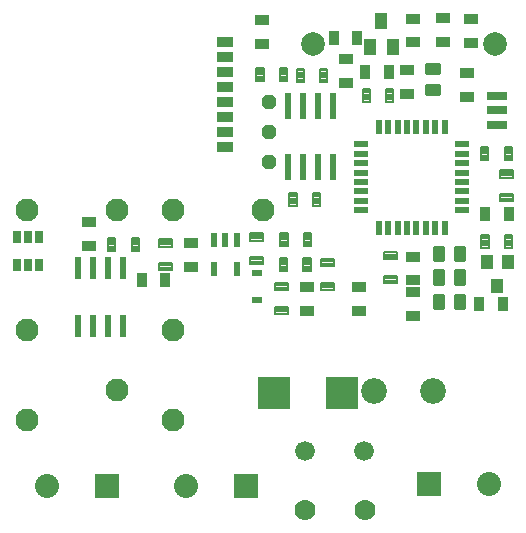
<source format=gbs>
G75*
G70*
%OFA0B0*%
%FSLAX24Y24*%
%IPPOS*%
%LPD*%
%AMOC8*
5,1,8,0,0,1.08239X$1,22.5*
%
%ADD10R,0.0400X0.0450*%
%ADD11R,0.0220X0.0780*%
%ADD12C,0.0079*%
%ADD13R,0.0512X0.0355*%
%ADD14R,0.0355X0.0512*%
%ADD15C,0.0787*%
%ADD16C,0.0860*%
%ADD17R,0.0220X0.0500*%
%ADD18R,0.0669X0.0276*%
%ADD19R,0.0394X0.0551*%
%ADD20R,0.0210X0.0500*%
%ADD21R,0.0500X0.0210*%
%ADD22R,0.0551X0.0354*%
%ADD23C,0.0660*%
%ADD24C,0.0700*%
%ADD25R,0.0327X0.0248*%
%ADD26R,0.0276X0.0394*%
%ADD27C,0.0768*%
%ADD28C,0.0100*%
%ADD29OC8,0.0480*%
%ADD30R,0.0800X0.0800*%
%ADD31C,0.0800*%
%ADD32R,0.0236X0.0866*%
%ADD33R,0.1102X0.1102*%
D10*
X020530Y011956D03*
X021230Y011956D03*
X020880Y011156D03*
D11*
X008410Y011766D03*
X007910Y011766D03*
X007410Y011766D03*
X006910Y011766D03*
X006910Y009826D03*
X007410Y009826D03*
X007910Y009826D03*
X008410Y009826D03*
D12*
X010037Y011684D02*
X010037Y011920D01*
X010037Y011684D02*
X009603Y011684D01*
X009603Y011920D01*
X010037Y011920D01*
X010037Y011762D02*
X009603Y011762D01*
X009603Y011840D02*
X010037Y011840D01*
X010037Y011918D02*
X009603Y011918D01*
X010037Y012472D02*
X010037Y012708D01*
X010037Y012472D02*
X009603Y012472D01*
X009603Y012708D01*
X010037Y012708D01*
X010037Y012550D02*
X009603Y012550D01*
X009603Y012628D02*
X010037Y012628D01*
X010037Y012706D02*
X009603Y012706D01*
X008921Y012309D02*
X008685Y012309D01*
X008685Y012743D01*
X008921Y012743D01*
X008921Y012309D01*
X008921Y012387D02*
X008685Y012387D01*
X008685Y012465D02*
X008921Y012465D01*
X008921Y012543D02*
X008685Y012543D01*
X008685Y012621D02*
X008921Y012621D01*
X008921Y012699D02*
X008685Y012699D01*
X008134Y012309D02*
X007898Y012309D01*
X007898Y012743D01*
X008134Y012743D01*
X008134Y012309D01*
X008134Y012387D02*
X007898Y012387D01*
X007898Y012465D02*
X008134Y012465D01*
X008134Y012543D02*
X007898Y012543D01*
X007898Y012621D02*
X008134Y012621D01*
X008134Y012699D02*
X007898Y012699D01*
X012643Y012672D02*
X012643Y012908D01*
X013077Y012908D01*
X013077Y012672D01*
X012643Y012672D01*
X012643Y012750D02*
X013077Y012750D01*
X013077Y012828D02*
X012643Y012828D01*
X012643Y012906D02*
X013077Y012906D01*
X013648Y012479D02*
X013884Y012479D01*
X013648Y012479D02*
X013648Y012913D01*
X013884Y012913D01*
X013884Y012479D01*
X013884Y012557D02*
X013648Y012557D01*
X013648Y012635D02*
X013884Y012635D01*
X013884Y012713D02*
X013648Y012713D01*
X013648Y012791D02*
X013884Y012791D01*
X013884Y012869D02*
X013648Y012869D01*
X014435Y012479D02*
X014671Y012479D01*
X014435Y012479D02*
X014435Y012913D01*
X014671Y012913D01*
X014671Y012479D01*
X014671Y012557D02*
X014435Y012557D01*
X014435Y012635D02*
X014671Y012635D01*
X014671Y012713D02*
X014435Y012713D01*
X014435Y012791D02*
X014671Y012791D01*
X014671Y012869D02*
X014435Y012869D01*
X015427Y012058D02*
X015427Y011822D01*
X014993Y011822D01*
X014993Y012058D01*
X015427Y012058D01*
X015427Y011900D02*
X014993Y011900D01*
X014993Y011978D02*
X015427Y011978D01*
X015427Y012056D02*
X014993Y012056D01*
X014651Y012083D02*
X014415Y012083D01*
X014651Y012083D02*
X014651Y011649D01*
X014415Y011649D01*
X014415Y012083D01*
X014415Y011727D02*
X014651Y011727D01*
X014651Y011805D02*
X014415Y011805D01*
X014415Y011883D02*
X014651Y011883D01*
X014651Y011961D02*
X014415Y011961D01*
X014415Y012039D02*
X014651Y012039D01*
X013864Y012083D02*
X013628Y012083D01*
X013864Y012083D02*
X013864Y011649D01*
X013628Y011649D01*
X013628Y012083D01*
X013628Y011727D02*
X013864Y011727D01*
X013864Y011805D02*
X013628Y011805D01*
X013628Y011883D02*
X013864Y011883D01*
X013864Y011961D02*
X013628Y011961D01*
X013628Y012039D02*
X013864Y012039D01*
X013473Y011258D02*
X013473Y011022D01*
X013473Y011258D02*
X013907Y011258D01*
X013907Y011022D01*
X013473Y011022D01*
X013473Y011100D02*
X013907Y011100D01*
X013907Y011178D02*
X013473Y011178D01*
X013473Y011256D02*
X013907Y011256D01*
X013473Y010470D02*
X013473Y010234D01*
X013473Y010470D02*
X013907Y010470D01*
X013907Y010234D01*
X013473Y010234D01*
X013473Y010312D02*
X013907Y010312D01*
X013907Y010390D02*
X013473Y010390D01*
X013473Y010468D02*
X013907Y010468D01*
X015427Y011034D02*
X015427Y011270D01*
X015427Y011034D02*
X014993Y011034D01*
X014993Y011270D01*
X015427Y011270D01*
X015427Y011112D02*
X014993Y011112D01*
X014993Y011190D02*
X015427Y011190D01*
X015427Y011268D02*
X014993Y011268D01*
X012643Y011884D02*
X012643Y012120D01*
X013077Y012120D01*
X013077Y011884D01*
X012643Y011884D01*
X012643Y011962D02*
X013077Y011962D01*
X013077Y012040D02*
X012643Y012040D01*
X012643Y012118D02*
X013077Y012118D01*
X013948Y014263D02*
X014184Y014263D01*
X014184Y013829D01*
X013948Y013829D01*
X013948Y014263D01*
X013948Y013907D02*
X014184Y013907D01*
X014184Y013985D02*
X013948Y013985D01*
X013948Y014063D02*
X014184Y014063D01*
X014184Y014141D02*
X013948Y014141D01*
X013948Y014219D02*
X014184Y014219D01*
X014735Y014263D02*
X014971Y014263D01*
X014971Y013829D01*
X014735Y013829D01*
X014735Y014263D01*
X014735Y013907D02*
X014971Y013907D01*
X014971Y013985D02*
X014735Y013985D01*
X014735Y014063D02*
X014971Y014063D01*
X014971Y014141D02*
X014735Y014141D01*
X014735Y014219D02*
X014971Y014219D01*
X017093Y012278D02*
X017093Y012042D01*
X017093Y012278D02*
X017527Y012278D01*
X017527Y012042D01*
X017093Y012042D01*
X017093Y012120D02*
X017527Y012120D01*
X017527Y012198D02*
X017093Y012198D01*
X017093Y012276D02*
X017527Y012276D01*
X017093Y011490D02*
X017093Y011254D01*
X017093Y011490D02*
X017527Y011490D01*
X017527Y011254D01*
X017093Y011254D01*
X017093Y011332D02*
X017527Y011332D01*
X017527Y011410D02*
X017093Y011410D01*
X017093Y011488D02*
X017527Y011488D01*
X020348Y012429D02*
X020584Y012429D01*
X020348Y012429D02*
X020348Y012863D01*
X020584Y012863D01*
X020584Y012429D01*
X020584Y012507D02*
X020348Y012507D01*
X020348Y012585D02*
X020584Y012585D01*
X020584Y012663D02*
X020348Y012663D01*
X020348Y012741D02*
X020584Y012741D01*
X020584Y012819D02*
X020348Y012819D01*
X021135Y012429D02*
X021371Y012429D01*
X021135Y012429D02*
X021135Y012863D01*
X021371Y012863D01*
X021371Y012429D01*
X021371Y012507D02*
X021135Y012507D01*
X021135Y012585D02*
X021371Y012585D01*
X021371Y012663D02*
X021135Y012663D01*
X021135Y012741D02*
X021371Y012741D01*
X021371Y012819D02*
X021135Y012819D01*
X021397Y013984D02*
X021397Y014220D01*
X021397Y013984D02*
X020963Y013984D01*
X020963Y014220D01*
X021397Y014220D01*
X021397Y014062D02*
X020963Y014062D01*
X020963Y014140D02*
X021397Y014140D01*
X021397Y014218D02*
X020963Y014218D01*
X021397Y014772D02*
X021397Y015008D01*
X021397Y014772D02*
X020963Y014772D01*
X020963Y015008D01*
X021397Y015008D01*
X021397Y014850D02*
X020963Y014850D01*
X020963Y014928D02*
X021397Y014928D01*
X021397Y015006D02*
X020963Y015006D01*
X021125Y015349D02*
X021361Y015349D01*
X021125Y015349D02*
X021125Y015783D01*
X021361Y015783D01*
X021361Y015349D01*
X021361Y015427D02*
X021125Y015427D01*
X021125Y015505D02*
X021361Y015505D01*
X021361Y015583D02*
X021125Y015583D01*
X021125Y015661D02*
X021361Y015661D01*
X021361Y015739D02*
X021125Y015739D01*
X020574Y015349D02*
X020338Y015349D01*
X020338Y015783D01*
X020574Y015783D01*
X020574Y015349D01*
X020574Y015427D02*
X020338Y015427D01*
X020338Y015505D02*
X020574Y015505D01*
X020574Y015583D02*
X020338Y015583D01*
X020338Y015661D02*
X020574Y015661D01*
X020574Y015739D02*
X020338Y015739D01*
X017411Y017733D02*
X017175Y017733D01*
X017411Y017733D02*
X017411Y017299D01*
X017175Y017299D01*
X017175Y017733D01*
X017175Y017377D02*
X017411Y017377D01*
X017411Y017455D02*
X017175Y017455D01*
X017175Y017533D02*
X017411Y017533D01*
X017411Y017611D02*
X017175Y017611D01*
X017175Y017689D02*
X017411Y017689D01*
X016624Y017733D02*
X016388Y017733D01*
X016624Y017733D02*
X016624Y017299D01*
X016388Y017299D01*
X016388Y017733D01*
X016388Y017377D02*
X016624Y017377D01*
X016624Y017455D02*
X016388Y017455D01*
X016388Y017533D02*
X016624Y017533D01*
X016624Y017611D02*
X016388Y017611D01*
X016388Y017689D02*
X016624Y017689D01*
X015211Y017959D02*
X014975Y017959D01*
X014975Y018393D01*
X015211Y018393D01*
X015211Y017959D01*
X015211Y018037D02*
X014975Y018037D01*
X014975Y018115D02*
X015211Y018115D01*
X015211Y018193D02*
X014975Y018193D01*
X014975Y018271D02*
X015211Y018271D01*
X015211Y018349D02*
X014975Y018349D01*
X014424Y017959D02*
X014188Y017959D01*
X014188Y018393D01*
X014424Y018393D01*
X014424Y017959D01*
X014424Y018037D02*
X014188Y018037D01*
X014188Y018115D02*
X014424Y018115D01*
X014424Y018193D02*
X014188Y018193D01*
X014188Y018271D02*
X014424Y018271D01*
X014424Y018349D02*
X014188Y018349D01*
X013871Y017979D02*
X013635Y017979D01*
X013635Y018413D01*
X013871Y018413D01*
X013871Y017979D01*
X013871Y018057D02*
X013635Y018057D01*
X013635Y018135D02*
X013871Y018135D01*
X013871Y018213D02*
X013635Y018213D01*
X013635Y018291D02*
X013871Y018291D01*
X013871Y018369D02*
X013635Y018369D01*
X013084Y017979D02*
X012848Y017979D01*
X012848Y018413D01*
X013084Y018413D01*
X013084Y017979D01*
X013084Y018057D02*
X012848Y018057D01*
X012848Y018135D02*
X013084Y018135D01*
X013084Y018213D02*
X012848Y018213D01*
X012848Y018291D02*
X013084Y018291D01*
X013084Y018369D02*
X012848Y018369D01*
D13*
X013040Y019222D03*
X013040Y020010D03*
X015830Y018710D03*
X015830Y017922D03*
X017860Y017552D03*
X017860Y018340D03*
X018060Y019282D03*
X018060Y020070D03*
X019050Y020080D03*
X019050Y019292D03*
X020010Y019252D03*
X020010Y020040D03*
X019860Y018240D03*
X019860Y017452D03*
X018060Y012128D03*
X018060Y011341D03*
X018060Y010940D03*
X018060Y010152D03*
X016260Y010332D03*
X016260Y011120D03*
X014520Y011120D03*
X014520Y010332D03*
X010670Y011792D03*
X010670Y012580D03*
X007260Y012502D03*
X007260Y013290D03*
D14*
X009016Y011346D03*
X009803Y011346D03*
X016476Y018306D03*
X017263Y018306D03*
X016203Y019426D03*
X015416Y019426D03*
X020466Y013546D03*
X021253Y013546D03*
X021053Y010546D03*
X020266Y010546D03*
D15*
X020791Y019233D03*
X014728Y019233D03*
D16*
X016775Y007658D03*
X018744Y007658D03*
D17*
X012190Y011716D03*
X011430Y011716D03*
X011430Y012676D03*
X011810Y012676D03*
X012190Y012676D03*
D18*
X020851Y016535D03*
X020851Y017007D03*
X020851Y017479D03*
D19*
X017384Y019113D03*
X016635Y019113D03*
X017010Y019979D03*
D20*
X016922Y016471D03*
X017237Y016471D03*
X017552Y016471D03*
X017867Y016471D03*
X018182Y016471D03*
X018497Y016471D03*
X018812Y016471D03*
X019127Y016471D03*
X019127Y013091D03*
X018812Y013091D03*
X018497Y013091D03*
X018182Y013091D03*
X017867Y013091D03*
X017552Y013091D03*
X017237Y013091D03*
X016922Y013091D03*
D21*
X016334Y013679D03*
X016334Y013994D03*
X016334Y014309D03*
X016334Y014624D03*
X016334Y014939D03*
X016334Y015254D03*
X016334Y015569D03*
X016334Y015884D03*
X019714Y015884D03*
X019714Y015569D03*
X019714Y015254D03*
X019714Y014939D03*
X019714Y014624D03*
X019714Y014309D03*
X019714Y013994D03*
X019714Y013679D03*
D22*
X011799Y015796D03*
X011799Y016296D03*
X011799Y016796D03*
X011799Y017296D03*
X011799Y017796D03*
X011799Y018296D03*
X011799Y018796D03*
X011799Y019296D03*
D23*
X014475Y005646D03*
X016444Y005646D03*
D24*
X016480Y003696D03*
X014480Y003696D03*
D25*
X012860Y010693D03*
X012860Y011599D03*
D26*
X005604Y011843D03*
X005230Y011843D03*
X004855Y011843D03*
X004855Y012788D03*
X005230Y012788D03*
X005604Y012788D03*
D27*
X005200Y013696D03*
X008200Y013696D03*
X010050Y013696D03*
X013050Y013696D03*
X010050Y009696D03*
X008200Y007696D03*
X010050Y006696D03*
X005200Y006696D03*
X005200Y009696D03*
D28*
X018760Y010871D02*
X019060Y010871D01*
X019060Y010421D01*
X018760Y010421D01*
X018760Y010871D01*
X018760Y010520D02*
X019060Y010520D01*
X019060Y010619D02*
X018760Y010619D01*
X018760Y010718D02*
X019060Y010718D01*
X019060Y010817D02*
X018760Y010817D01*
X018753Y011227D02*
X019053Y011227D01*
X018753Y011227D02*
X018753Y011677D01*
X019053Y011677D01*
X019053Y011227D01*
X019053Y011326D02*
X018753Y011326D01*
X018753Y011425D02*
X019053Y011425D01*
X019053Y011524D02*
X018753Y011524D01*
X018753Y011623D02*
X019053Y011623D01*
X019453Y011227D02*
X019753Y011227D01*
X019453Y011227D02*
X019453Y011677D01*
X019753Y011677D01*
X019753Y011227D01*
X019753Y011326D02*
X019453Y011326D01*
X019453Y011425D02*
X019753Y011425D01*
X019753Y011524D02*
X019453Y011524D01*
X019453Y011623D02*
X019753Y011623D01*
X019760Y012471D02*
X019460Y012471D01*
X019760Y012471D02*
X019760Y012021D01*
X019460Y012021D01*
X019460Y012471D01*
X019460Y012120D02*
X019760Y012120D01*
X019760Y012219D02*
X019460Y012219D01*
X019460Y012318D02*
X019760Y012318D01*
X019760Y012417D02*
X019460Y012417D01*
X019060Y012471D02*
X018760Y012471D01*
X019060Y012471D02*
X019060Y012021D01*
X018760Y012021D01*
X018760Y012471D01*
X018760Y012120D02*
X019060Y012120D01*
X019060Y012219D02*
X018760Y012219D01*
X018760Y012318D02*
X019060Y012318D01*
X019060Y012417D02*
X018760Y012417D01*
X019460Y010871D02*
X019760Y010871D01*
X019760Y010421D01*
X019460Y010421D01*
X019460Y010871D01*
X019460Y010520D02*
X019760Y010520D01*
X019760Y010619D02*
X019460Y010619D01*
X019460Y010718D02*
X019760Y010718D01*
X019760Y010817D02*
X019460Y010817D01*
X018485Y017546D02*
X018485Y017846D01*
X018935Y017846D01*
X018935Y017546D01*
X018485Y017546D01*
X018485Y017645D02*
X018935Y017645D01*
X018935Y017744D02*
X018485Y017744D01*
X018485Y017843D02*
X018935Y017843D01*
X018485Y018246D02*
X018485Y018546D01*
X018935Y018546D01*
X018935Y018246D01*
X018485Y018246D01*
X018485Y018345D02*
X018935Y018345D01*
X018935Y018444D02*
X018485Y018444D01*
X018485Y018543D02*
X018935Y018543D01*
D29*
X013260Y017296D03*
X013260Y016296D03*
X013260Y015296D03*
D30*
X012510Y004496D03*
X007860Y004496D03*
X018610Y004546D03*
D31*
X005860Y004496D03*
X010510Y004496D03*
X020610Y004546D03*
D32*
X015410Y015122D03*
X014910Y015122D03*
X014410Y015122D03*
X013910Y015122D03*
X013910Y017169D03*
X014410Y017169D03*
X014910Y017169D03*
X015410Y017169D03*
D33*
X015701Y007596D03*
X013418Y007596D03*
M02*

</source>
